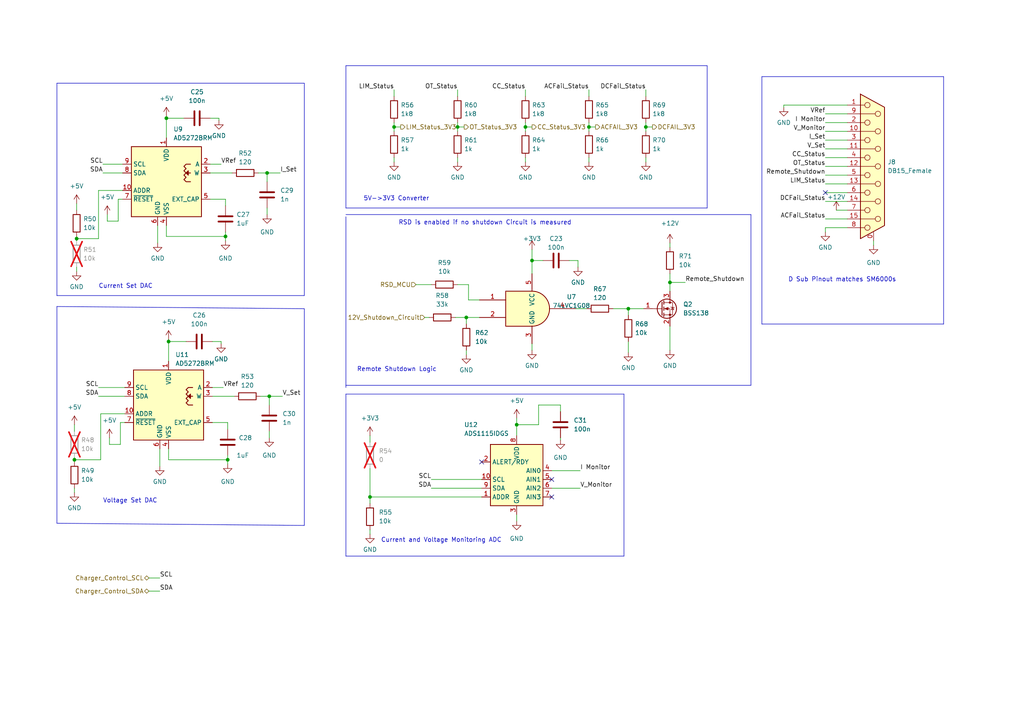
<source format=kicad_sch>
(kicad_sch (version 20231120) (generator "eeschema") (generator_version "8.0")
  (paper "A4")
  (lib_symbols
    (symbol "74xGxx:74LVC1G08"
      (property "Reference" "U" (at -5.08 7.62 0))
      (property "Value" "74LVC1G08" (at 7.62 -7.62 0))
      (symbol "74LVC1G08_0_1"
        (arc (start 0 -5.08) (mid 5.0579 0) (end 0 5.08) (stroke (width 0.254)) (fill (type background)))
        (polyline (pts (xy 0 -5.08) (xy -7.62 -5.08) (xy -7.62 5.08) (xy 0 5.08)) (stroke (width 0.254)) (fill (type background)))
      )
      (symbol "74LVC1G08_1_1"
        (pin input line (at -15.24 2.54 0) (length 7.62) (name "~") (number "1"))
        (pin input line (at -15.24 -2.54 0) (length 7.62) (name "~") (number "2"))
        (pin power_in line (at 0 -10.16 90) (length 5.08) (name "GND") (number "3"))
        (pin output line (at 12.7 0 180) (length 7.62) (name "~") (number "4"))
        (pin power_in line (at 0 10.16 270) (length 5.08) (name "VCC") (number "5"))
      )
    )
    (symbol "Analog_ADC:ADS1115IDGS"
      (property "Reference" "U" (at 2.54 13.97 0))
      (property "Value" "ADS1115IDGS" (at 7.62 11.43 0))
      (symbol "ADS1115IDGS_0_1"
        (rectangle (start -7.62 10.16) (end 7.62 -7.62) (stroke (width 0.254)) (fill (type background)))
      )
      (symbol "ADS1115IDGS_1_1"
        (pin input line (at 10.16 -5.08 180) (length 2.54) (name "ADDR") (number "1"))
        (pin input line (at 10.16 0 180) (length 2.54) (name "SCL") (number "10"))
        (pin output line (at 10.16 5.08 180) (length 2.54) (name "ALERT/RDY") (number "2"))
        (pin power_in line (at 0 -10.16 90) (length 2.54) (name "GND") (number "3"))
        (pin input line (at -10.16 2.54 0) (length 2.54) (name "AIN0") (number "4"))
        (pin input line (at -10.16 0 0) (length 2.54) (name "AIN1") (number "5"))
        (pin input line (at -10.16 -2.54 0) (length 2.54) (name "AIN2") (number "6"))
        (pin input line (at -10.16 -5.08 0) (length 2.54) (name "AIN3") (number "7"))
        (pin power_in line (at 0 12.7 270) (length 2.54) (name "VDD") (number "8"))
        (pin bidirectional line (at 10.16 -2.54 180) (length 2.54) (name "SDA") (number "9"))
      )
    )
    (symbol "Connector:DB15_Female" (pin_names (offset 1.016) hide)
      (property "Reference" "J8" (at 4.064 1.2701 0))
      (property "Value" "DB15_Female" (at 4.064 -1.2699 0))
      (symbol "DB15_Female_0_1"
        (circle (center -1.778 -17.78) (radius 0.762))
        (circle (center -1.778 -12.7) (radius 0.762))
        (circle (center -1.778 -7.62) (radius 0.762))
        (circle (center -1.778 -2.54) (radius 0.762))
        (circle (center -1.778 2.54) (radius 0.762))
        (circle (center -1.778 7.62) (radius 0.762))
        (circle (center -1.778 12.7) (radius 0.762))
        (circle (center -1.778 17.78) (radius 0.762))
        (polyline (pts (xy -3.81 -17.78) (xy -2.54 -17.78)))
        (polyline (pts (xy -3.81 -15.24) (xy 0.508 -15.24)))
        (polyline (pts (xy -3.81 -12.7) (xy -2.54 -12.7)))
        (polyline (pts (xy -3.81 -10.16) (xy 0.508 -10.16)))
        (polyline (pts (xy -3.81 -7.62) (xy -2.54 -7.62)))
        (polyline (pts (xy -3.81 -5.08) (xy 0.508 -5.08)))
        (polyline (pts (xy -3.81 -2.54) (xy -2.54 -2.54)))
        (polyline (pts (xy -3.81 0) (xy 0.508 0)))
        (polyline (pts (xy -3.81 2.54) (xy -2.54 2.54)))
        (polyline (pts (xy -3.81 5.08) (xy 0.508 5.08)))
        (polyline (pts (xy -3.81 7.62) (xy -2.54 7.62)))
        (polyline (pts (xy -3.81 10.16) (xy 0.508 10.16)))
        (polyline (pts (xy -3.81 12.7) (xy -2.54 12.7)))
        (polyline (pts (xy -3.81 15.24) (xy 0.508 15.24)))
        (polyline (pts (xy -3.81 17.78) (xy -2.54 17.78)))
        (polyline (pts (xy -3.81 20.955) (xy 3.175 17.145) (xy 3.175 -17.145) (xy -3.81 -20.955) (xy -3.81 20.955)) (stroke (width 0.254)) (fill (type background)))
        (circle (center 1.27 -15.24) (radius 0.762))
        (circle (center 1.27 -10.16) (radius 0.762))
        (circle (center 1.27 -5.08) (radius 0.762))
        (circle (center 1.27 0) (radius 0.762))
        (circle (center 1.27 5.08) (radius 0.762))
        (circle (center 1.27 10.16) (radius 0.762))
        (circle (center 1.27 15.24) (radius 0.762))
      )
      (symbol "DB15_Female_1_1"
        (pin passive line (at 0 -21.59 90) (length 2.54) (name "Shield") (number "0"))
        (pin passive line (at -7.62 17.78 0) (length 3.81) (name "1") (number "1"))
        (pin passive line (at -7.62 10.16 0) (length 3.81) (name "P10") (number "10"))
        (pin passive line (at -7.62 5.08 0) (length 3.81) (name "P111") (number "11"))
        (pin passive line (at -7.62 0 0) (length 3.81) (name "P12") (number "12"))
        (pin passive line (at -7.62 -5.08 0) (length 3.81) (name "P13") (number "13"))
        (pin passive line (at -7.62 -10.16 0) (length 3.81) (name "P14") (number "14"))
        (pin passive line (at -7.62 -15.24 0) (length 3.81) (name "P15") (number "15"))
        (pin passive line (at -7.62 12.7 0) (length 3.81) (name "2") (number "2"))
        (pin passive line (at -7.62 7.62 0) (length 3.81) (name "3") (number "3"))
        (pin passive line (at -7.62 2.54 0) (length 3.81) (name "4") (number "4"))
        (pin passive line (at -7.62 -2.54 0) (length 3.81) (name "5") (number "5"))
        (pin passive line (at -7.62 -7.62 0) (length 3.81) (name "6") (number "6"))
        (pin passive line (at -7.62 -12.7 0) (length 3.81) (name "7") (number "7"))
        (pin passive line (at -7.62 -17.78 0) (length 3.81) (name "8") (number "8"))
        (pin passive line (at -7.62 15.24 0) (length 3.81) (name "P9") (number "9"))
      )
    )
    (symbol "Device:C" (pin_numbers hide) (pin_names (offset 0.254))
      (property "Reference" "C" (at 0.635 2.54 0))
      (property "Value" "C" (at 0.635 -2.54 0))
      (symbol "C_0_1"
        (polyline (pts (xy -2.032 -0.762) (xy 2.032 -0.762)) (stroke (width 0.508)))
        (polyline (pts (xy -2.032 0.762) (xy 2.032 0.762)) (stroke (width 0.508)))
      )
      (symbol "C_1_1"
        (pin passive line (at 0 3.81 270) (length 2.794) (name "~") (number "1"))
        (pin passive line (at 0 -3.81 90) (length 2.794) (name "~") (number "2"))
      )
    )
    (symbol "Device:R" (pin_numbers hide) (pin_names (offset 0))
      (property "Reference" "R" (at 2.032 0 90))
      (property "Value" "R" (at 0 0 90))
      (symbol "R_0_1"
        (rectangle (start -1.016 -2.54) (end 1.016 2.54) (stroke (width 0.254)))
      )
      (symbol "R_1_1"
        (pin passive line (at 0 3.81 270) (length 1.27) (name "~") (number "1"))
        (pin passive line (at 0 -3.81 90) (length 1.27) (name "~") (number "2"))
      )
    )
    (symbol "Potentiometer_Digital:AD5272BRM"
      (property "Reference" "U" (at -10.16 11.43 0))
      (property "Value" "AD5272BRM" (at 2.54 11.43 0))
      (symbol "AD5272BRM_0_1"
        (rectangle (start -10.16 10.16) (end 10.16 -10.16) (stroke (width 0.254)) (fill (type background)))
        (polyline (pts (xy 6.985 2.54) (xy 6.35 2.54) (xy 5.715 2.54) (xy 6.35 3.175) (xy 6.35 1.905) (xy 5.715 2.54)) (stroke (width 0.254)) (fill (type outline)))
        (polyline (pts (xy 6.985 5.08) (xy 5.715 5.08) (xy 5.08 4.445) (xy 5.715 3.81) (xy 5.08 3.175) (xy 5.715 2.54) (xy 5.08 1.905) (xy 5.715 1.27) (xy 5.08 0.635) (xy 5.715 0) (xy 6.985 0)) (stroke (width 0.254)))
      )
      (symbol "AD5272BRM_1_1"
        (pin power_in line (at 0 12.7 270) (length 2.54) (name "VDD") (number "1"))
        (pin passive line (at -12.7 -2.54 0) (length 2.54) (name "ADDR") (number "10"))
        (pin passive line (at 12.7 5.08 180) (length 2.54) (name "A") (number "2"))
        (pin passive line (at 12.7 2.54 180) (length 2.54) (name "W") (number "3"))
        (pin power_in line (at 0 -12.7 90) (length 2.54) (name "VSS") (number "4"))
        (pin passive line (at 12.7 -5.08 180) (length 2.54) (name "EXT_CAP") (number "5"))
        (pin power_in line (at -2.54 -12.7 90) (length 2.54) (name "GND") (number "6"))
        (pin input line (at -12.7 -5.08 0) (length 2.54) (name "~{RESET}") (number "7"))
        (pin bidirectional line (at -12.7 2.54 0) (length 2.54) (name "SDA") (number "8"))
        (pin input line (at -12.7 5.08 0) (length 2.54) (name "SCL") (number "9"))
      )
    )
    (symbol "Transistor_FET:BSS138" (pin_names hide)
      (property "Reference" "Q" (at 5.08 1.905 0))
      (property "Value" "BSS138" (at 5.08 0 0))
      (symbol "BSS138_0_1"
        (polyline (pts (xy 0.254 0) (xy -2.54 0)))
        (polyline (pts (xy 0.254 1.905) (xy 0.254 -1.905)) (stroke (width 0.254)))
        (polyline (pts (xy 0.762 -1.27) (xy 0.762 -2.286)) (stroke (width 0.254)))
        (polyline (pts (xy 0.762 0.508) (xy 0.762 -0.508)) (stroke (width 0.254)))
        (polyline (pts (xy 0.762 2.286) (xy 0.762 1.27)) (stroke (width 0.254)))
        (polyline (pts (xy 2.54 2.54) (xy 2.54 1.778)))
        (polyline (pts (xy 2.54 -2.54) (xy 2.54 0) (xy 0.762 0)))
        (polyline (pts (xy 0.762 -1.778) (xy 3.302 -1.778) (xy 3.302 1.778) (xy 0.762 1.778)))
        (polyline (pts (xy 1.016 0) (xy 2.032 0.381) (xy 2.032 -0.381) (xy 1.016 0)) (fill (type outline)))
        (polyline (pts (xy 2.794 0.508) (xy 2.921 0.381) (xy 3.683 0.381) (xy 3.81 0.254)))
        (polyline (pts (xy 3.302 0.381) (xy 2.921 -0.254) (xy 3.683 -0.254) (xy 3.302 0.381)))
        (circle (center 1.651 0) (radius 2.794) (stroke (width 0.254)))
        (circle (center 2.54 -1.778) (radius 0.254) (fill (type outline)))
        (circle (center 2.54 1.778) (radius 0.254) (fill (type outline)))
      )
      (symbol "BSS138_1_1"
        (pin input line (at -5.08 0 0) (length 2.54) (name "G") (number "1"))
        (pin passive line (at 2.54 -5.08 90) (length 2.54) (name "S") (number "2"))
        (pin passive line (at 2.54 5.08 270) (length 2.54) (name "D") (number "3"))
      )
    )
    (symbol "power:+12V" (power) (pin_names (offset 0))
      (property "Value" "+12V" (at 0 3.556 0))
      (symbol "+12V_0_1"
        (polyline (pts (xy -0.762 1.27) (xy 0 2.54)))
        (polyline (pts (xy 0 0) (xy 0 2.54)))
        (polyline (pts (xy 0 2.54) (xy 0.762 1.27)))
      )
      (symbol "+12V_1_1"
        (pin power_in line (at 0 0 90) (length 0) hide (name "+12V") (number "1"))
      )
    )
    (symbol "power:+3V3" (power) (pin_names (offset 0))
      (property "Value" "+3V3" (at 0 3.556 0))
      (symbol "+3V3_0_1"
        (polyline (pts (xy -0.762 1.27) (xy 0 2.54)))
        (polyline (pts (xy 0 0) (xy 0 2.54)))
        (polyline (pts (xy 0 2.54) (xy 0.762 1.27)))
      )
      (symbol "+3V3_1_1"
        (pin power_in line (at 0 0 90) (length 0) hide (name "+3V3") (number "1"))
      )
    )
    (symbol "power:+5V" (power) (pin_names (offset 0))
      (property "Value" "+5V" (at 0 3.556 0))
      (symbol "+5V_0_1"
        (polyline (pts (xy -0.762 1.27) (xy 0 2.54)))
        (polyline (pts (xy 0 0) (xy 0 2.54)))
        (polyline (pts (xy 0 2.54) (xy 0.762 1.27)))
      )
      (symbol "+5V_1_1"
        (pin power_in line (at 0 0 90) (length 0) hide (name "+5V") (number "1"))
      )
    )
    (symbol "power:GND" (power) (pin_names (offset 0))
      (property "Value" "GND" (at 0 -3.81 0))
      (symbol "GND_0_1"
        (polyline (pts (xy 0 0) (xy 0 -1.27) (xy 1.27 -1.27) (xy 0 -2.54) (xy -1.27 -1.27) (xy 0 -1.27)))
      )
      (symbol "GND_1_1"
        (pin power_in line (at 0 0 270) (length 0) hide (name "GND") (number "1"))
      )
    )
  )
  (junction (at 22.225 69.215))
  (junction (at 182.245 89.535))
  (junction (at 152.4 36.83))
  (junction (at 114.3 36.83))
  (junction (at 48.895 99.06))
  (junction (at 78.105 114.935))
  (junction (at 194.31 81.915))
  (junction (at 107.315 144.145))
  (junction (at 135.255 92.075))
  (junction (at 132.715 36.83))
  (junction (at 65.405 68.58))
  (junction (at 149.86 123.19))
  (junction (at 154.305 75.565))
  (junction (at 170.815 36.83))
  (junction (at 21.59 133.35))
  (junction (at 77.47 50.165))
  (junction (at 66.04 133.35))
  (junction (at 187.325 36.83))
  (junction (at 48.26 34.29))
  (no_connect (at 239.395 55.88))
  (no_connect (at 139.7 133.985))
  (no_connect (at 160.02 144.145))
  (no_connect (at 160.02 139.065))
  (wire (pts (xy 66.04 132.08) (xy 66.04 133.35)))
  (wire (pts (xy 132.715 36.83) (xy 132.715 38.1)))
  (polyline (pts (xy 16.51 24.13) (xy 88.265 24.13)))
  (wire (pts (xy 28.575 112.395) (xy 36.195 112.395)))
  (wire (pts (xy 156.21 117.475) (xy 162.56 117.475)))
  (wire (pts (xy 239.395 45.72) (xy 245.745 45.72)))
  (wire (pts (xy 187.325 36.83) (xy 187.325 38.1)))
  (wire (pts (xy 132.715 45.72) (xy 132.715 46.99)))
  (wire (pts (xy 63.5 34.29) (xy 60.96 34.29)))
  (wire (pts (xy 48.26 34.29) (xy 53.34 34.29)))
  (wire (pts (xy 65.405 68.58) (xy 48.26 68.58)))
  (wire (pts (xy 21.59 133.35) (xy 29.21 133.35)))
  (polyline (pts (xy 273.685 93.98) (xy 273.685 22.225)))
  (wire (pts (xy 135.255 92.075) (xy 139.065 92.075)))
  (wire (pts (xy 64.135 99.695) (xy 64.135 99.06)))
  (wire (pts (xy 170.815 45.72) (xy 170.815 46.99)))
  (wire (pts (xy 149.86 149.225) (xy 149.86 151.13)))
  (wire (pts (xy 154.305 72.39) (xy 154.305 75.565)))
  (wire (pts (xy 21.59 133.35) (xy 21.59 133.985)))
  (wire (pts (xy 170.815 26.035) (xy 170.815 27.94)))
  (wire (pts (xy 28.575 55.245) (xy 28.575 69.215)))
  (wire (pts (xy 31.75 128.905) (xy 34.925 128.905)))
  (wire (pts (xy 239.395 35.56) (xy 245.745 35.56)))
  (wire (pts (xy 162.56 127) (xy 162.56 127.635)))
  (wire (pts (xy 239.395 33.02) (xy 245.745 33.02)))
  (wire (pts (xy 194.31 81.915) (xy 194.31 84.455)))
  (wire (pts (xy 239.395 58.42) (xy 245.745 58.42)))
  (wire (pts (xy 107.315 144.145) (xy 139.7 144.145)))
  (wire (pts (xy 78.105 114.935) (xy 81.915 114.935)))
  (wire (pts (xy 45.72 65.405) (xy 45.72 70.485)))
  (wire (pts (xy 78.105 114.935) (xy 78.105 117.475)))
  (wire (pts (xy 60.96 57.785) (xy 65.405 57.785)))
  (wire (pts (xy 63.5 34.925) (xy 63.5 34.29)))
  (polyline (pts (xy 180.975 161.29) (xy 100.33 161.29)))
  (polyline (pts (xy 220.98 22.225) (xy 273.685 22.225)))
  (wire (pts (xy 48.26 34.29) (xy 48.26 40.005)))
  (wire (pts (xy 132.08 92.075) (xy 135.255 92.075)))
  (wire (pts (xy 114.3 45.72) (xy 114.3 46.99)))
  (polyline (pts (xy 217.805 111.76) (xy 100.33 111.76)))
  (polyline (pts (xy 88.265 152.4) (xy 16.51 151.765)))
  (polyline (pts (xy 220.98 22.225) (xy 220.98 93.98)))
  (wire (pts (xy 227.33 31.115) (xy 227.33 30.48)))
  (wire (pts (xy 187.325 35.56) (xy 187.325 36.83)))
  (wire (pts (xy 22.225 69.215) (xy 22.225 69.85)))
  (wire (pts (xy 125.095 139.065) (xy 139.7 139.065)))
  (polyline (pts (xy 16.51 151.765) (xy 16.51 88.9)))
  (wire (pts (xy 29.845 47.625) (xy 35.56 47.625)))
  (wire (pts (xy 187.325 26.035) (xy 187.325 27.94)))
  (wire (pts (xy 239.395 40.64) (xy 245.745 40.64)))
  (wire (pts (xy 239.395 67.31) (xy 239.395 66.04)))
  (wire (pts (xy 156.21 123.19) (xy 156.21 117.475)))
  (wire (pts (xy 34.29 64.135) (xy 34.29 57.785)))
  (polyline (pts (xy 220.98 93.98) (xy 273.685 93.98)))
  (wire (pts (xy 242.57 60.96) (xy 245.745 60.96)))
  (wire (pts (xy 48.895 99.06) (xy 53.975 99.06)))
  (wire (pts (xy 35.56 55.245) (xy 28.575 55.245)))
  (wire (pts (xy 135.255 101.6) (xy 135.255 102.87)))
  (wire (pts (xy 114.3 26.035) (xy 114.3 27.94)))
  (wire (pts (xy 152.4 26.035) (xy 152.4 27.94)))
  (wire (pts (xy 114.3 36.83) (xy 116.205 36.83)))
  (polyline (pts (xy 16.51 85.725) (xy 88.265 85.725)))
  (wire (pts (xy 48.895 133.35) (xy 48.895 130.175)))
  (wire (pts (xy 167.64 75.565) (xy 165.1 75.565)))
  (polyline (pts (xy 100.33 112.395) (xy 100.33 62.865)))
  (wire (pts (xy 177.8 89.535) (xy 182.245 89.535)))
  (polyline (pts (xy 88.265 89.535) (xy 88.265 152.4)))
  (wire (pts (xy 22.225 59.055) (xy 22.225 60.96)))
  (wire (pts (xy 46.355 130.175) (xy 46.355 135.255)))
  (wire (pts (xy 125.095 141.605) (xy 139.7 141.605)))
  (wire (pts (xy 21.59 123.19) (xy 21.59 125.095)))
  (wire (pts (xy 152.4 36.83) (xy 154.305 36.83)))
  (wire (pts (xy 77.47 50.165) (xy 77.47 52.705)))
  (wire (pts (xy 253.365 69.85) (xy 253.365 71.12)))
  (wire (pts (xy 77.47 60.325) (xy 77.47 62.23)))
  (wire (pts (xy 66.04 133.35) (xy 66.04 134.62)))
  (wire (pts (xy 114.3 35.56) (xy 114.3 36.83)))
  (polyline (pts (xy 100.33 114.3) (xy 180.975 114.3)))
  (wire (pts (xy 239.395 43.18) (xy 245.745 43.18)))
  (wire (pts (xy 182.245 89.535) (xy 186.69 89.535)))
  (wire (pts (xy 114.3 36.83) (xy 114.3 38.1)))
  (wire (pts (xy 48.26 68.58) (xy 48.26 65.405)))
  (polyline (pts (xy 16.51 88.9) (xy 88.265 89.535)))
  (polyline (pts (xy 100.33 62.23) (xy 217.805 62.23)))
  (wire (pts (xy 78.105 125.095) (xy 78.105 127)))
  (wire (pts (xy 48.26 33.655) (xy 48.26 34.29)))
  (wire (pts (xy 227.33 30.48) (xy 245.745 30.48)))
  (polyline (pts (xy 100.33 161.29) (xy 100.33 114.3)))
  (wire (pts (xy 60.96 50.165) (xy 67.31 50.165)))
  (wire (pts (xy 239.395 53.34) (xy 245.745 53.34)))
  (wire (pts (xy 132.715 36.83) (xy 134.62 36.83)))
  (wire (pts (xy 154.305 99.695) (xy 154.305 101.6)))
  (wire (pts (xy 61.595 112.395) (xy 64.77 112.395)))
  (wire (pts (xy 187.325 45.72) (xy 187.325 46.99)))
  (wire (pts (xy 34.925 122.555) (xy 36.195 122.555)))
  (wire (pts (xy 194.31 81.915) (xy 198.755 81.915)))
  (wire (pts (xy 65.405 67.31) (xy 65.405 68.58)))
  (wire (pts (xy 107.315 144.145) (xy 107.315 146.05)))
  (polyline (pts (xy 205.105 60.325) (xy 205.105 19.05)))
  (wire (pts (xy 43.18 171.45) (xy 46.355 171.45)))
  (wire (pts (xy 75.565 114.935) (xy 78.105 114.935)))
  (wire (pts (xy 170.815 36.83) (xy 170.815 38.1)))
  (wire (pts (xy 107.315 126.365) (xy 107.315 128.27)))
  (wire (pts (xy 29.21 120.015) (xy 29.21 133.35)))
  (wire (pts (xy 194.31 94.615) (xy 194.31 101.6)))
  (wire (pts (xy 167.005 89.535) (xy 170.18 89.535)))
  (wire (pts (xy 31.115 64.135) (xy 34.29 64.135)))
  (polyline (pts (xy 100.33 19.05) (xy 205.105 19.05)))
  (wire (pts (xy 152.4 45.72) (xy 152.4 46.99)))
  (polyline (pts (xy 217.805 62.23) (xy 217.805 111.76)))
  (wire (pts (xy 170.815 35.56) (xy 170.815 36.83)))
  (wire (pts (xy 120.65 82.55) (xy 125.095 82.55)))
  (wire (pts (xy 31.115 62.23) (xy 31.115 64.135)))
  (wire (pts (xy 194.31 70.485) (xy 194.31 71.755)))
  (wire (pts (xy 64.135 99.06) (xy 61.595 99.06)))
  (wire (pts (xy 149.86 121.285) (xy 149.86 123.19)))
  (wire (pts (xy 160.02 141.605) (xy 168.275 141.605)))
  (wire (pts (xy 34.925 128.905) (xy 34.925 122.555)))
  (polyline (pts (xy 180.975 114.3) (xy 180.975 161.29)))
  (wire (pts (xy 48.895 98.425) (xy 48.895 99.06)))
  (wire (pts (xy 239.395 48.26) (xy 245.745 48.26)))
  (wire (pts (xy 239.395 55.88) (xy 245.745 55.88)))
  (wire (pts (xy 29.845 50.165) (xy 35.56 50.165)))
  (wire (pts (xy 48.895 99.06) (xy 48.895 104.775)))
  (wire (pts (xy 66.04 122.555) (xy 66.04 124.46)))
  (wire (pts (xy 162.56 117.475) (xy 162.56 119.38)))
  (wire (pts (xy 157.48 75.565) (xy 154.305 75.565)))
  (wire (pts (xy 239.395 38.1) (xy 245.745 38.1)))
  (wire (pts (xy 28.575 114.935) (xy 36.195 114.935)))
  (wire (pts (xy 65.405 68.58) (xy 65.405 69.85)))
  (wire (pts (xy 61.595 122.555) (xy 66.04 122.555)))
  (wire (pts (xy 22.225 68.58) (xy 22.225 69.215)))
  (wire (pts (xy 22.225 69.215) (xy 28.575 69.215)))
  (wire (pts (xy 135.89 86.995) (xy 135.89 82.55)))
  (wire (pts (xy 34.29 57.785) (xy 35.56 57.785)))
  (wire (pts (xy 149.86 123.19) (xy 156.21 123.19)))
  (wire (pts (xy 154.305 75.565) (xy 154.305 79.375)))
  (wire (pts (xy 60.96 47.625) (xy 64.135 47.625)))
  (wire (pts (xy 36.195 120.015) (xy 29.21 120.015)))
  (wire (pts (xy 21.59 141.605) (xy 21.59 142.875)))
  (wire (pts (xy 182.245 89.535) (xy 182.245 91.44)))
  (wire (pts (xy 65.405 57.785) (xy 65.405 59.69)))
  (wire (pts (xy 107.315 135.89) (xy 107.315 144.145)))
  (polyline (pts (xy 16.51 24.13) (xy 16.51 85.725)))
  (polyline (pts (xy 100.33 19.05) (xy 100.33 60.325)))
  (wire (pts (xy 167.64 77.47) (xy 167.64 75.565)))
  (wire (pts (xy 149.86 123.19) (xy 149.86 126.365)))
  (wire (pts (xy 194.31 79.375) (xy 194.31 81.915)))
  (wire (pts (xy 135.255 93.98) (xy 135.255 92.075)))
  (wire (pts (xy 21.59 132.715) (xy 21.59 133.35)))
  (wire (pts (xy 74.93 50.165) (xy 77.47 50.165)))
  (wire (pts (xy 239.395 63.5) (xy 245.745 63.5)))
  (wire (pts (xy 77.47 50.165) (xy 81.28 50.165)))
  (wire (pts (xy 239.395 50.8) (xy 245.745 50.8)))
  (wire (pts (xy 152.4 36.83) (xy 152.4 38.1)))
  (wire (pts (xy 135.89 82.55) (xy 132.715 82.55)))
  (wire (pts (xy 123.19 92.075) (xy 124.46 92.075)))
  (polyline (pts (xy 100.33 60.325) (xy 205.105 60.325)))
  (wire (pts (xy 160.02 136.525) (xy 168.275 136.525)))
  (wire (pts (xy 22.225 77.47) (xy 22.225 78.74)))
  (wire (pts (xy 170.815 36.83) (xy 172.72 36.83)))
  (wire (pts (xy 107.315 153.67) (xy 107.315 154.94)))
  (wire (pts (xy 43.18 167.64) (xy 46.355 167.64)))
  (wire (pts (xy 31.75 127) (xy 31.75 128.905)))
  (wire (pts (xy 239.395 66.04) (xy 245.745 66.04)))
  (wire (pts (xy 182.245 99.06) (xy 182.245 102.235)))
  (wire (pts (xy 132.715 35.56) (xy 132.715 36.83)))
  (wire (pts (xy 66.04 133.35) (xy 48.895 133.35)))
  (polyline (pts (xy 88.265 85.725) (xy 88.265 24.13)))
  (wire (pts (xy 139.065 86.995) (xy 135.89 86.995)))
  (wire (pts (xy 187.325 36.83) (xy 189.23 36.83)))
  (wire (pts (xy 152.4 35.56) (xy 152.4 36.83)))
  (wire (pts (xy 61.595 114.935) (xy 67.945 114.935)))
  (wire (pts (xy 132.715 26.035) (xy 132.715 27.94)))
  (text "D Sub Pinout matches SM6000s" (at 228.6 81.915 0) (effects (font (size 1.27 1.27)) (justify left bottom)))
  (text "RSD is enabled if no shutdown Circuit is measured" (at 115.57 65.405 0) (effects (font (size 1.27 1.27)) (justify left bottom)))
  (text "Current and Voltage Monitoring ADC" (at 110.49 157.48 0) (effects (font (size 1.27 1.27)) (justify left bottom)))
  (text "Voltage Set DAC" (at 29.845 146.05 0) (effects (font (size 1.27 1.27)) (justify left bottom)))
  (text "Current Set DAC" (at 28.575 83.82 0) (effects (font (size 1.27 1.27)) (justify left bottom)))
  (text "5V->3V3 Converter" (at 105.41 58.42 0) (effects (font (size 1.27 1.27)) (justify left bottom)))
  (text "Remote Shutdown Logic" (at 103.505 107.95 0) (effects (font (size 1.27 1.27)) (justify left bottom)))
  (label "Remote_Shutdown" (at 239.395 50.8 180))
  (label "V_Set" (at 239.395 43.18 180))
  (label "SDA" (at 28.575 114.935 180))
  (label "LIM_Status" (at 239.395 53.34 180))
  (label "ACFail_Status" (at 170.815 26.035 180))
  (label "LIM_Status" (at 114.3 26.035 180))
  (label "OT_Status" (at 239.395 48.26 180))
  (label "V_Set" (at 81.915 114.935 0))
  (label "DCFail_Status" (at 239.395 58.42 180))
  (label "SCL" (at 46.355 167.64 0))
  (label "I_Set" (at 239.395 40.64 180))
  (label "I Monitor" (at 168.275 136.525 0))
  (label "OT_Status" (at 132.715 26.035 180))
  (label "SCL" (at 28.575 112.395 180))
  (label "CC_Status" (at 152.4 26.035 180))
  (label "Remote_Shutdown" (at 198.755 81.915 0))
  (label "I_Set" (at 81.28 50.165 0))
  (label "V_Monitor" (at 239.395 38.1 180))
  (label "VRef" (at 239.395 33.02 180))
  (label "SDA" (at 125.095 141.605 180))
  (label "SCL" (at 29.845 47.625 180))
  (label "SDA" (at 46.355 171.45 0))
  (label "SCL" (at 125.095 139.065 180))
  (label "VRef" (at 64.77 112.395 0))
  (label "ACFail_Status" (at 239.395 63.5 180))
  (label "SDA" (at 29.845 50.165 180))
  (label "V_Monitor" (at 168.275 141.605 0))
  (label "VRef" (at 64.135 47.625 0))
  (label "CC_Status" (at 239.395 45.72 180))
  (label "DCFail_Status" (at 187.325 26.035 180))
  (label "I Monitor" (at 239.395 35.56 180))
  (hierarchical_label "Charger_Control_SCL" (shape bidirectional) (at 43.18 167.64 180))
  (hierarchical_label "RSD_MCU" (shape input) (at 120.65 82.55 180))
  (hierarchical_label "Charger_Control_SDA" (shape bidirectional) (at 43.18 171.45 180))
  (hierarchical_label "ACFAIL_3V3" (shape output) (at 172.72 36.83 0))
  (hierarchical_label "12V_Shutdown_Circuit" (shape input) (at 123.19 92.075 180))
  (hierarchical_label "LIM_Status_3V3" (shape output) (at 116.205 36.83 0))
  (hierarchical_label "CC_Status_3V3" (shape output) (at 154.305 36.83 0))
  (hierarchical_label "OT_Status_3V3" (shape output) (at 134.62 36.83 0))
  (hierarchical_label "DCFAIL_3V3" (shape output) (at 189.23 36.83 0))
  (symbol (lib_id "power:GND") (at 65.405 69.85 0) (unit 1)
    (property "Reference" "#PWR073" (effects (hide yes)))
    (property "Value" "GND" (at 65.405 74.93 0))
  )
  (symbol (lib_id "power:+5V") (at 48.26 33.655 0) (unit 1)
    (property "Reference" "#PWR0115" (effects (hide yes)))
    (property "Value" "+5V" (at 48.26 28.575 0))
  )
  (symbol (lib_id "Device:C") (at 57.785 99.06 90) (unit 1)
    (property "Reference" "C26" (at 57.785 91.44 90))
    (property "Value" "100n" (at 57.785 93.98 90))
    (property "Footprint" "Capacitor_SMD:C_0603_1608Metric" (effects (hide yes)))
  )
  (symbol (lib_id "Device:R") (at 114.3 41.91 0) (unit 1)
    (property "Reference" "R57" (at 116.205 40.6399 0) (effects (justify left)))
    (property "Value" "1k" (at 116.205 43.1799 0) (effects (justify left)))
    (property "Footprint" "Resistor_SMD:R_0603_1608Metric" (effects (hide yes)))
  )
  (symbol (lib_id "Device:R") (at 22.225 73.66 0) (unit 1) (dnp yes)
    (property "Reference" "R51" (at 24.13 72.3899 0) (effects (justify left)))
    (property "Value" "10k" (at 24.13 74.9299 0) (effects (justify left)))
    (property "Footprint" "Resistor_SMD:R_0603_1608Metric" (effects (hide yes)))
  )
  (symbol (lib_id "Device:C") (at 161.29 75.565 90) (unit 1)
    (property "Reference" "C23" (at 161.29 69.215 90))
    (property "Value" "100n" (at 161.29 71.755 90))
    (property "Footprint" "Capacitor_SMD:C_0603_1608Metric" (effects (hide yes)))
  )
  (symbol (lib_id "Device:R") (at 182.245 95.25 0) (unit 1)
    (property "Reference" "R68" (at 184.15 93.9799 0) (effects (justify left)))
    (property "Value" "10k" (at 184.15 96.5199 0) (effects (justify left)))
    (property "Footprint" "Resistor_SMD:R_0603_1608Metric" (effects (hide yes)))
  )
  (symbol (lib_id "Device:R") (at 152.4 31.75 0) (unit 1)
    (property "Reference" "R63" (at 154.305 30.4799 0) (effects (justify left)))
    (property "Value" "1k8" (at 154.305 33.0199 0) (effects (justify left)))
    (property "Footprint" "Resistor_SMD:R_0603_1608Metric" (effects (hide yes)))
  )
  (symbol (lib_id "Device:R") (at 194.31 75.565 0) (unit 1)
    (property "Reference" "R71" (at 196.85 74.2949 0) (effects (justify left)))
    (property "Value" "10k" (at 196.85 76.8349 0) (effects (justify left)))
    (property "Footprint" "Resistor_SMD:R_0603_1608Metric" (effects (hide yes)))
  )
  (symbol (lib_id "Device:R") (at 21.59 137.795 0) (unit 1)
    (property "Reference" "R49" (at 23.495 136.5249 0) (effects (justify left)))
    (property "Value" "10k" (at 23.495 139.0649 0) (effects (justify left)))
    (property "Footprint" "Resistor_SMD:R_0603_1608Metric" (effects (hide yes)))
  )
  (symbol (lib_id "power:GND") (at 45.72 70.485 0) (unit 1)
    (property "Reference" "#PWR0122" (effects (hide yes)))
    (property "Value" "GND" (at 45.72 74.93 0))
  )
  (symbol (lib_id "Device:R") (at 71.755 114.935 90) (unit 1)
    (property "Reference" "R53" (at 71.755 109.22 90))
    (property "Value" "120" (at 71.755 111.76 90))
    (property "Footprint" "Resistor_SMD:R_0603_1608Metric" (effects (hide yes)))
  )
  (symbol (lib_id "power:GND") (at 132.715 46.99 0) (unit 1)
    (property "Reference" "#PWR079" (effects (hide yes)))
    (property "Value" "GND" (at 132.715 51.435 0))
  )
  (symbol (lib_id "power:+5V") (at 31.115 62.23 0) (unit 1)
    (property "Reference" "#PWR0116" (effects (hide yes)))
    (property "Value" "+5V" (at 31.115 57.15 0))
  )
  (symbol (lib_id "power:GND") (at 149.86 151.13 0) (unit 1)
    (property "Reference" "#PWR084" (effects (hide yes)))
    (property "Value" "GND" (at 149.86 156.21 0))
  )
  (symbol (lib_id "Device:C") (at 66.04 128.27 0) (unit 1)
    (property "Reference" "C28" (at 69.215 126.9999 0) (effects (justify left)))
    (property "Value" "1uF" (at 68.58 132.08 0) (effects (justify left)))
    (property "Footprint" "Capacitor_SMD:C_0603_1608Metric" (effects (hide yes)))
  )
  (symbol (lib_id "Device:R") (at 170.815 31.75 0) (unit 1)
    (property "Reference" "R65" (at 172.72 30.4799 0) (effects (justify left)))
    (property "Value" "1k8" (at 172.72 33.0199 0) (effects (justify left)))
    (property "Footprint" "Resistor_SMD:R_0603_1608Metric" (effects (hide yes)))
  )
  (symbol (lib_id "Device:R") (at 128.905 82.55 90) (unit 1)
    (property "Reference" "R59" (at 128.905 76.2 90))
    (property "Value" "10k" (at 128.905 78.74 90))
    (property "Footprint" "Resistor_SMD:R_0603_1608Metric" (effects (hide yes)))
  )
  (symbol (lib_id "power:GND") (at 154.305 101.6 0) (unit 1)
    (property "Reference" "#PWR068" (effects (hide yes)))
    (property "Value" "GND" (at 154.305 106.045 0))
  )
  (symbol (lib_id "power:+5V") (at 48.895 98.425 0) (unit 1)
    (property "Reference" "#PWR0129" (effects (hide yes)))
    (property "Value" "+5V" (at 48.895 93.345 0))
  )
  (symbol (lib_id "power:GND") (at 194.31 101.6 0) (unit 1)
    (property "Reference" "#PWR0104" (effects (hide yes)))
    (property "Value" "GND" (at 194.31 106.045 0))
  )
  (symbol (lib_id "power:GND") (at 64.135 99.695 0) (unit 1)
    (property "Reference" "#PWR0130" (effects (hide yes)))
    (property "Value" "GND" (at 64.135 104.14 0))
  )
  (symbol (lib_id "power:GND") (at 162.56 127.635 0) (unit 1)
    (property "Reference" "#PWR0102" (effects (hide yes)))
    (property "Value" "GND" (at 162.56 132.715 0))
  )
  (symbol (lib_id "power:+3V3") (at 107.315 126.365 0) (unit 1)
    (property "Reference" "#PWR0114" (effects (hide yes)))
    (property "Value" "+3V3" (at 107.315 121.285 0))
  )
  (symbol (lib_id "power:GND") (at 253.365 71.12 0) (unit 1)
    (property "Reference" "#PWR088" (effects (hide yes)))
    (property "Value" "GND" (at 253.365 76.2 0))
  )
  (symbol (lib_id "Device:C") (at 65.405 63.5 0) (unit 1)
    (property "Reference" "C27" (at 68.58 62.2299 0) (effects (justify left)))
    (property "Value" "1uF" (at 68.58 64.7699 0) (effects (justify left)))
    (property "Footprint" "Capacitor_SMD:C_0603_1608Metric" (effects (hide yes)))
  )
  (symbol (lib_id "Device:R") (at 71.12 50.165 90) (unit 1)
    (property "Reference" "R52" (at 71.12 44.45 90))
    (property "Value" "120" (at 71.12 46.99 90))
    (property "Footprint" "Resistor_SMD:R_0603_1608Metric" (effects (hide yes)))
  )
  (symbol (lib_id "Device:R") (at 128.27 92.075 90) (unit 1)
    (property "Reference" "R58" (at 128.27 85.725 90))
    (property "Value" "33k" (at 128.27 88.265 90))
    (property "Footprint" "Resistor_SMD:R_0603_1608Metric" (effects (hide yes)))
  )
  (symbol (lib_id "Device:C") (at 162.56 123.19 0) (unit 1)
    (property "Reference" "C31" (at 166.37 121.9199 0) (effects (justify left)))
    (property "Value" "100n" (at 166.37 124.4599 0) (effects (justify left)))
    (property "Footprint" "Capacitor_SMD:C_0603_1608Metric" (effects (hide yes)))
  )
  (symbol (lib_id "power:GND") (at 114.3 46.99 0) (unit 1)
    (property "Reference" "#PWR080" (effects (hide yes)))
    (property "Value" "GND" (at 114.3 51.435 0))
  )
  (symbol (lib_id "Device:R") (at 107.315 149.86 0) (unit 1)
    (property "Reference" "R55" (at 109.855 148.5899 0) (effects (justify left)))
    (property "Value" "10k" (at 109.855 151.1299 0) (effects (justify left)))
    (property "Footprint" "Resistor_SMD:R_0603_1608Metric" (effects (hide yes)))
  )
  (symbol (lib_id "power:GND") (at 135.255 102.87 0) (unit 1)
    (property "Reference" "#PWR0107" (effects (hide yes)))
    (property "Value" "GND" (at 135.255 107.315 0))
  )
  (symbol (lib_id "Analog_ADC:ADS1115IDGS") (at 149.86 139.065 0) (mirror y) (unit 1)
    (property "Reference" "U12" (at 134.62 123.19 0) (effects (justify right)))
    (property "Value" "ADS1115IDGS" (at 134.62 125.73 0) (effects (justify right)))
    (property "Footprint" "Package_SO:TSSOP-10_3x3mm_P0.5mm" (effects (hide yes)))
    (property "Datasheet" "http://www.ti.com/lit/ds/symlink/ads1113.pdf" (effects (hide yes)))
  )
  (symbol (lib_id "Device:R") (at 187.325 41.91 0) (unit 1)
    (property "Reference" "R70" (at 189.23 40.6399 0) (effects (justify left)))
    (property "Value" "1k" (at 189.23 43.1799 0) (effects (justify left)))
    (property "Footprint" "Resistor_SMD:R_0603_1608Metric" (effects (hide yes)))
  )
  (symbol (lib_id "Potentiometer_Digital:AD5272BRM") (at 48.895 117.475 0) (unit 1)
    (property "Reference" "U11" (at 50.8509 102.87 0) (effects (justify left)))
    (property "Value" "AD5272BRM" (at 50.8509 105.41 0) (effects (justify left)))
    (property "Footprint" "Package_SO:MSOP-10_3x3mm_P0.5mm" (effects (hide yes)))
    (property "Datasheet" "https://www.analog.com/media/en/technical-documentation/data-sheets/AD5272_5274.pdf" (effects (hide yes)))
  )
  (symbol (lib_id "Connector:DB15_Female") (at 253.365 48.26 0) (unit 1)
    (property "Reference" "J8" (at 257.429 46.9899 0) (effects (justify left)))
    (property "Value" "DB15_Female" (at 257.429 49.5299 0) (effects (justify left)))
    (property "Footprint" "Connector_Dsub:DSUB-15_Female_Horizontal_P2.77x2.84mm_EdgePinOffset9.90mm_Housed_MountingHolesOffset11.32mm" (effects (hide yes)))
    (property "Datasheet" " ~" (effects (hide yes)))
  )
  (symbol (lib_id "power:+5V") (at 31.75 127 0) (unit 1)
    (property "Reference" "#PWR0131" (effects (hide yes)))
    (property "Value" "+5V" (at 31.75 121.92 0))
  )
  (symbol (lib_id "Device:C") (at 77.47 56.515 0) (unit 1)
    (property "Reference" "C29" (at 81.28 55.2449 0) (effects (justify left)))
    (property "Value" "1n" (at 81.28 57.7849 0) (effects (justify left)))
    (property "Footprint" "Capacitor_SMD:C_0603_1608Metric" (effects (hide yes)))
  )
  (symbol (lib_id "power:+12V") (at 194.31 70.485 0) (unit 1)
    (property "Reference" "#PWR0103" (effects (hide yes)))
    (property "Value" "+12V" (at 194.31 64.77 0))
  )
  (symbol (lib_id "Device:R") (at 22.225 64.77 0) (unit 1)
    (property "Reference" "R50" (at 24.13 63.4999 0) (effects (justify left)))
    (property "Value" "10k" (at 24.13 66.0399 0) (effects (justify left)))
    (property "Footprint" "Resistor_SMD:R_0603_1608Metric" (effects (hide yes)))
  )
  (symbol (lib_id "Device:R") (at 21.59 128.905 0) (unit 1) (dnp yes)
    (property "Reference" "R48" (at 23.495 127.6349 0) (effects (justify left)))
    (property "Value" "10k" (at 23.495 130.1749 0) (effects (justify left)))
    (property "Footprint" "Resistor_SMD:R_0603_1608Metric" (effects (hide yes)))
  )
  (symbol (lib_id "Potentiometer_Digital:AD5272BRM") (at 48.26 52.705 0) (unit 1)
    (property "Reference" "U9" (at 50.2794 37.465 0) (effects (justify left)))
    (property "Value" "AD5272BRM" (at 50.2794 40.005 0) (effects (justify left)))
    (property "Footprint" "Package_SO:MSOP-10_3x3mm_P0.5mm" (effects (hide yes)))
    (property "Datasheet" "https://www.analog.com/media/en/technical-documentation/data-sheets/AD5272_5274.pdf" (effects (hide yes)))
  )
  (symbol (lib_id "power:GND") (at 167.64 77.47 0) (unit 1)
    (property "Reference" "#PWR067" (effects (hide yes)))
    (property "Value" "GND" (at 167.64 81.915 0))
  )
  (symbol (lib_id "power:GND") (at 182.245 102.235 0) (unit 1)
    (property "Reference" "#PWR0105" (effects (hide yes)))
    (property "Value" "GND" (at 182.245 106.68 0))
  )
  (symbol (lib_id "Device:R") (at 152.4 41.91 0) (unit 1)
    (property "Reference" "R64" (at 154.305 40.6399 0) (effects (justify left)))
    (property "Value" "1k" (at 154.305 43.1799 0) (effects (justify left)))
    (property "Footprint" "Resistor_SMD:R_0603_1608Metric" (effects (hide yes)))
  )
  (symbol (lib_id "Device:R") (at 170.815 41.91 0) (unit 1)
    (property "Reference" "R66" (at 172.72 40.6399 0) (effects (justify left)))
    (property "Value" "1k" (at 172.72 43.1799 0) (effects (justify left)))
    (property "Footprint" "Resistor_SMD:R_0603_1608Metric" (effects (hide yes)))
  )
  (symbol (lib_id "Transistor_FET:BSS138") (at 191.77 89.535 0) (unit 1)
    (property "Reference" "Q2" (at 198.12 88.2649 0) (effects (justify left)))
    (property "Value" "BSS138" (at 198.12 90.8049 0) (effects (justify left)))
    (property "Footprint" "Package_TO_SOT_SMD:SOT-23" (effects (hide yes)))
    (property "Datasheet" "https://www.onsemi.com/pub/Collateral/BSS138-D.PDF" (effects (hide yes)))
  )
  (symbol (lib_id "power:GND") (at 152.4 46.99 0) (unit 1)
    (property "Reference" "#PWR078" (effects (hide yes)))
    (property "Value" "GND" (at 152.4 51.435 0))
  )
  (symbol (lib_id "Device:C") (at 78.105 121.285 0) (unit 1)
    (property "Reference" "C30" (at 81.915 120.0149 0) (effects (justify left)))
    (property "Value" "1n" (at 81.915 122.5549 0) (effects (justify left)))
    (property "Footprint" "Capacitor_SMD:C_0603_1608Metric" (effects (hide yes)))
  )
  (symbol (lib_id "power:GND") (at 22.225 78.74 0) (unit 1)
    (property "Reference" "#PWR0119" (effects (hide yes)))
    (property "Value" "GND" (at 22.225 83.185 0))
  )
  (symbol (lib_id "power:GND") (at 21.59 142.875 0) (unit 1)
    (property "Reference" "#PWR0128" (effects (hide yes)))
    (property "Value" "GND" (at 21.59 147.32 0))
  )
  (symbol (lib_id "power:GND") (at 78.105 127 0) (unit 1)
    (property "Reference" "#PWR086" (effects (hide yes)))
    (property "Value" "GND" (at 78.105 132.08 0))
  )
  (symbol (lib_id "power:+5V") (at 21.59 123.19 0) (unit 1)
    (property "Reference" "#PWR0127" (effects (hide yes)))
    (property "Value" "+5V" (at 21.59 118.11 0))
  )
  (symbol (lib_id "power:GND") (at 187.325 46.99 0) (unit 1)
    (property "Reference" "#PWR076" (effects (hide yes)))
    (property "Value" "GND" (at 187.325 51.435 0))
  )
  (symbol (lib_id "power:+5V") (at 22.225 59.055 0) (unit 1)
    (property "Reference" "#PWR0118" (effects (hide yes)))
    (property "Value" "+5V" (at 22.225 53.975 0))
  )
  (symbol (lib_id "Device:R") (at 173.99 89.535 90) (unit 1)
    (property "Reference" "R67" (at 173.99 83.82 90))
    (property "Value" "120" (at 173.99 86.36 90))
    (property "Footprint" "Resistor_SMD:R_0603_1608Metric" (effects (hide yes)))
  )
  (symbol (lib_id "Device:R") (at 187.325 31.75 0) (unit 1)
    (property "Reference" "R69" (at 189.23 30.4799 0) (effects (justify left)))
    (property "Value" "1k8" (at 189.23 33.0199 0) (effects (justify left)))
    (property "Footprint" "Resistor_SMD:R_0603_1608Metric" (effects (hide yes)))
  )
  (symbol (lib_id "power:GND") (at 63.5 34.925 0) (unit 1)
    (property "Reference" "#PWR0117" (effects (hide yes)))
    (property "Value" "GND" (at 63.5 39.37 0))
  )
  (symbol (lib_id "Device:R") (at 135.255 97.79 0) (unit 1)
    (property "Reference" "R62" (at 137.795 96.5199 0) (effects (justify left)))
    (property "Value" "10k" (at 137.795 99.0599 0) (effects (justify left)))
    (property "Footprint" "Resistor_SMD:R_0603_1608Metric" (effects (hide yes)))
  )
  (symbol (lib_id "Device:R") (at 132.715 31.75 0) (unit 1)
    (property "Reference" "R60" (at 134.62 30.4799 0) (effects (justify left)))
    (property "Value" "1k8" (at 134.62 33.0199 0) (effects (justify left)))
    (property "Footprint" "Resistor_SMD:R_0603_1608Metric" (effects (hide yes)))
  )
  (symbol (lib_id "power:GND") (at 227.33 31.115 0) (unit 1)
    (property "Reference" "#PWR087" (effects (hide yes)))
    (property "Value" "GND" (at 227.33 35.56 0))
  )
  (symbol (lib_id "74xGxx:74LVC1G08") (at 154.305 89.535 0) (unit 1)
    (property "Reference" "U7" (at 165.735 86.1061 0))
    (property "Value" "74LVC1G08" (at 165.735 88.6461 0))
    (property "Footprint" "Package_TO_SOT_SMD:SOT-23-5" (effects (hide yes)))
    (property "Datasheet" "https://www.ti.com/lit/ds/symlink/sn74lvc1g08.pdf" (effects (hide yes)))
  )
  (symbol (lib_id "power:GND") (at 46.355 135.255 0) (unit 1)
    (property "Reference" "#PWR0132" (effects (hide yes)))
    (property "Value" "GND" (at 46.355 139.7 0))
  )
  (symbol (lib_id "Device:R") (at 107.315 132.08 0) (unit 1) (dnp yes)
    (property "Reference" "R54" (at 109.855 130.8099 0) (effects (justify left)))
    (property "Value" "0" (at 109.855 133.3499 0) (effects (justify left)))
    (property "Footprint" "Resistor_SMD:R_0603_1608Metric" (effects (hide yes)))
  )
  (symbol (lib_id "power:GND") (at 107.315 154.94 0) (unit 1)
    (property "Reference" "#PWR0113" (effects (hide yes)))
    (property "Value" "GND" (at 107.315 159.385 0))
  )
  (symbol (lib_id "power:GND") (at 170.815 46.99 0) (unit 1)
    (property "Reference" "#PWR077" (effects (hide yes)))
    (property "Value" "GND" (at 170.815 51.435 0))
  )
  (symbol (lib_id "power:+5V") (at 149.86 121.285 0) (unit 1)
    (property "Reference" "#PWR0106" (effects (hide yes)))
    (property "Value" "+5V" (at 149.86 116.205 0))
  )
  (symbol (lib_id "Device:R") (at 132.715 41.91 0) (unit 1)
    (property "Reference" "R61" (at 134.62 40.6399 0) (effects (justify left)))
    (property "Value" "1k" (at 134.62 43.1799 0) (effects (justify left)))
    (property "Footprint" "Resistor_SMD:R_0603_1608Metric" (effects (hide yes)))
  )
  (symbol (lib_id "power:GND") (at 66.04 134.62 0) (unit 1)
    (property "Reference" "#PWR085" (effects (hide yes)))
    (property "Value" "GND" (at 66.04 139.7 0))
  )
  (symbol (lib_id "Device:R") (at 114.3 31.75 0) (unit 1)
    (property "Reference" "R56" (at 116.205 30.4799 0) (effects (justify left)))
    (property "Value" "1k8" (at 116.205 33.0199 0) (effects (justify left)))
    (property "Footprint" "Resistor_SMD:R_0603_1608Metric" (effects (hide yes)))
  )
  (symbol (lib_id "power:+12V") (at 242.57 60.96 0) (unit 1)
    (property "Reference" "#PWR072" (effects (hide yes)))
    (property "Value" "+12V" (at 242.57 57.15 0))
  )
  (symbol (lib_id "power:GND") (at 77.47 62.23 0) (unit 1)
    (property "Reference" "#PWR074" (effects (hide yes)))
    (property "Value" "GND" (at 77.47 67.31 0))
  )
  (symbol (lib_id "power:GND") (at 239.395 67.31 0) (unit 1)
    (property "Reference" "#PWR075" (effects (hide yes)))
    (property "Value" "GND" (at 239.395 71.755 0))
  )
  (symbol (lib_id "power:+3V3") (at 154.305 72.39 0) (unit 1)
    (property "Reference" "#PWR066" (effects (hide yes)))
    (property "Value" "+3V3" (at 154.305 69.215 0))
  )
  (symbol (lib_id "Device:C") (at 57.15 34.29 90) (unit 1)
    (property "Reference" "C25" (at 57.15 26.67 90))
    (property "Value" "100n" (at 57.15 29.21 90))
    (property "Footprint" "Capacitor_SMD:C_0603_1608Metric" (effects (hide yes)))
  )
)
</source>
